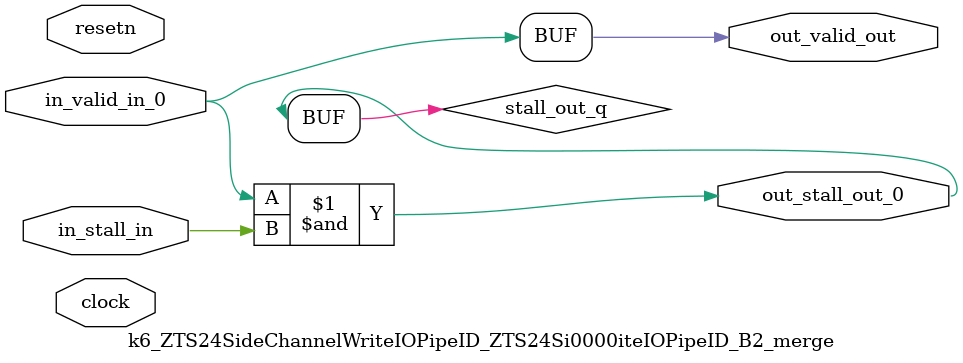
<source format=sv>



(* altera_attribute = "-name AUTO_SHIFT_REGISTER_RECOGNITION OFF; -name MESSAGE_DISABLE 10036; -name MESSAGE_DISABLE 10037; -name MESSAGE_DISABLE 14130; -name MESSAGE_DISABLE 14320; -name MESSAGE_DISABLE 15400; -name MESSAGE_DISABLE 14130; -name MESSAGE_DISABLE 10036; -name MESSAGE_DISABLE 12020; -name MESSAGE_DISABLE 12030; -name MESSAGE_DISABLE 12010; -name MESSAGE_DISABLE 12110; -name MESSAGE_DISABLE 14320; -name MESSAGE_DISABLE 13410; -name MESSAGE_DISABLE 113007; -name MESSAGE_DISABLE 10958" *)
module k6_ZTS24SideChannelWriteIOPipeID_ZTS24Si0000iteIOPipeID_B2_merge (
    input wire [0:0] in_stall_in,
    input wire [0:0] in_valid_in_0,
    output wire [0:0] out_stall_out_0,
    output wire [0:0] out_valid_out,
    input wire clock,
    input wire resetn
    );

    wire [0:0] stall_out_q;


    // stall_out(LOGICAL,6)
    assign stall_out_q = in_valid_in_0 & in_stall_in;

    // out_stall_out_0(GPOUT,4)
    assign out_stall_out_0 = stall_out_q;

    // out_valid_out(GPOUT,5)
    assign out_valid_out = in_valid_in_0;

endmodule

</source>
